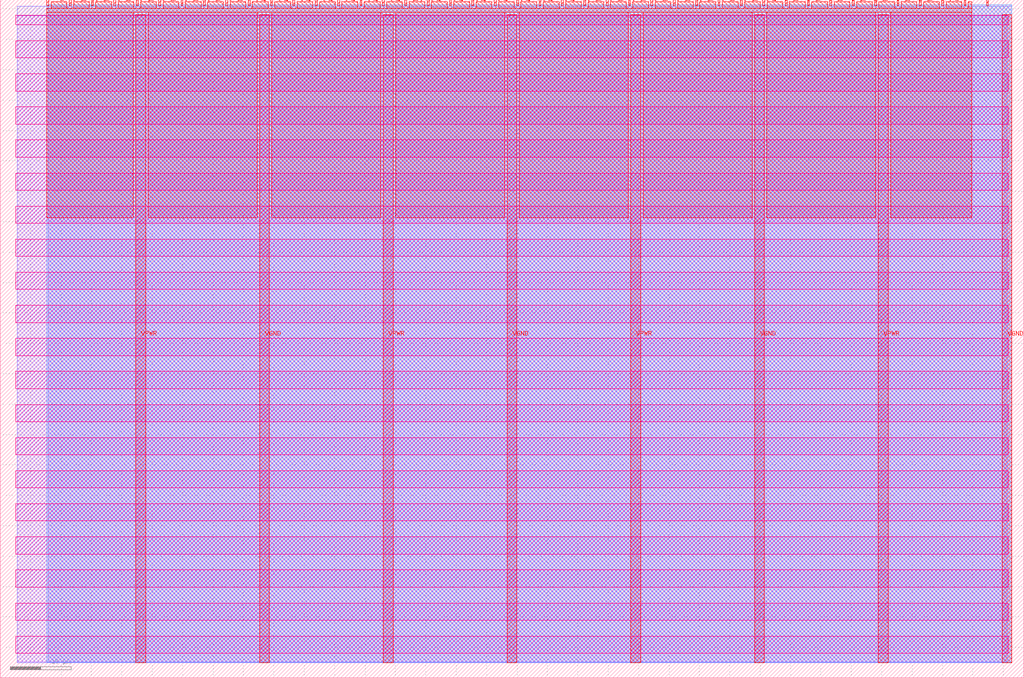
<source format=lef>
VERSION 5.7 ;
  NOWIREEXTENSIONATPIN ON ;
  DIVIDERCHAR "/" ;
  BUSBITCHARS "[]" ;
MACRO tt_um_ALU_NicolasOrcasitas
  CLASS BLOCK ;
  FOREIGN tt_um_ALU_NicolasOrcasitas ;
  ORIGIN 0.000 0.000 ;
  SIZE 168.360 BY 111.520 ;
  PIN VGND
    DIRECTION INOUT ;
    USE GROUND ;
    PORT
      LAYER met4 ;
        RECT 42.670 2.480 44.270 109.040 ;
    END
    PORT
      LAYER met4 ;
        RECT 83.380 2.480 84.980 109.040 ;
    END
    PORT
      LAYER met4 ;
        RECT 124.090 2.480 125.690 109.040 ;
    END
    PORT
      LAYER met4 ;
        RECT 164.800 2.480 166.400 109.040 ;
    END
  END VGND
  PIN VPWR
    DIRECTION INOUT ;
    USE POWER ;
    PORT
      LAYER met4 ;
        RECT 22.315 2.480 23.915 109.040 ;
    END
    PORT
      LAYER met4 ;
        RECT 63.025 2.480 64.625 109.040 ;
    END
    PORT
      LAYER met4 ;
        RECT 103.735 2.480 105.335 109.040 ;
    END
    PORT
      LAYER met4 ;
        RECT 144.445 2.480 146.045 109.040 ;
    END
  END VPWR
  PIN clk
    DIRECTION INPUT ;
    USE SIGNAL ;
    ANTENNAGATEAREA 0.852000 ;
    PORT
      LAYER met4 ;
        RECT 158.550 110.520 158.850 111.520 ;
    END
  END clk
  PIN ena
    DIRECTION INPUT ;
    USE SIGNAL ;
    PORT
      LAYER met4 ;
        RECT 162.230 110.520 162.530 111.520 ;
    END
  END ena
  PIN rst_n
    DIRECTION INPUT ;
    USE SIGNAL ;
    ANTENNAGATEAREA 0.213000 ;
    PORT
      LAYER met4 ;
        RECT 154.870 110.520 155.170 111.520 ;
    END
  END rst_n
  PIN ui_in[0]
    DIRECTION INPUT ;
    USE SIGNAL ;
    ANTENNAGATEAREA 0.196500 ;
    PORT
      LAYER met4 ;
        RECT 151.190 110.520 151.490 111.520 ;
    END
  END ui_in[0]
  PIN ui_in[1]
    DIRECTION INPUT ;
    USE SIGNAL ;
    ANTENNAGATEAREA 0.196500 ;
    PORT
      LAYER met4 ;
        RECT 147.510 110.520 147.810 111.520 ;
    END
  END ui_in[1]
  PIN ui_in[2]
    DIRECTION INPUT ;
    USE SIGNAL ;
    ANTENNAGATEAREA 0.196500 ;
    PORT
      LAYER met4 ;
        RECT 143.830 110.520 144.130 111.520 ;
    END
  END ui_in[2]
  PIN ui_in[3]
    DIRECTION INPUT ;
    USE SIGNAL ;
    ANTENNAGATEAREA 0.196500 ;
    PORT
      LAYER met4 ;
        RECT 140.150 110.520 140.450 111.520 ;
    END
  END ui_in[3]
  PIN ui_in[4]
    DIRECTION INPUT ;
    USE SIGNAL ;
    ANTENNAGATEAREA 0.196500 ;
    PORT
      LAYER met4 ;
        RECT 136.470 110.520 136.770 111.520 ;
    END
  END ui_in[4]
  PIN ui_in[5]
    DIRECTION INPUT ;
    USE SIGNAL ;
    ANTENNAGATEAREA 0.196500 ;
    PORT
      LAYER met4 ;
        RECT 132.790 110.520 133.090 111.520 ;
    END
  END ui_in[5]
  PIN ui_in[6]
    DIRECTION INPUT ;
    USE SIGNAL ;
    ANTENNAGATEAREA 0.196500 ;
    PORT
      LAYER met4 ;
        RECT 129.110 110.520 129.410 111.520 ;
    END
  END ui_in[6]
  PIN ui_in[7]
    DIRECTION INPUT ;
    USE SIGNAL ;
    ANTENNAGATEAREA 0.196500 ;
    PORT
      LAYER met4 ;
        RECT 125.430 110.520 125.730 111.520 ;
    END
  END ui_in[7]
  PIN uio_in[0]
    DIRECTION INPUT ;
    USE SIGNAL ;
    ANTENNAGATEAREA 0.213000 ;
    PORT
      LAYER met4 ;
        RECT 121.750 110.520 122.050 111.520 ;
    END
  END uio_in[0]
  PIN uio_in[1]
    DIRECTION INPUT ;
    USE SIGNAL ;
    ANTENNAGATEAREA 0.213000 ;
    PORT
      LAYER met4 ;
        RECT 118.070 110.520 118.370 111.520 ;
    END
  END uio_in[1]
  PIN uio_in[2]
    DIRECTION INPUT ;
    USE SIGNAL ;
    ANTENNAGATEAREA 0.159000 ;
    PORT
      LAYER met4 ;
        RECT 114.390 110.520 114.690 111.520 ;
    END
  END uio_in[2]
  PIN uio_in[3]
    DIRECTION INPUT ;
    USE SIGNAL ;
    ANTENNAGATEAREA 0.159000 ;
    PORT
      LAYER met4 ;
        RECT 110.710 110.520 111.010 111.520 ;
    END
  END uio_in[3]
  PIN uio_in[4]
    DIRECTION INPUT ;
    USE SIGNAL ;
    ANTENNAGATEAREA 0.196500 ;
    PORT
      LAYER met4 ;
        RECT 107.030 110.520 107.330 111.520 ;
    END
  END uio_in[4]
  PIN uio_in[5]
    DIRECTION INPUT ;
    USE SIGNAL ;
    ANTENNAGATEAREA 0.196500 ;
    PORT
      LAYER met4 ;
        RECT 103.350 110.520 103.650 111.520 ;
    END
  END uio_in[5]
  PIN uio_in[6]
    DIRECTION INPUT ;
    USE SIGNAL ;
    PORT
      LAYER met4 ;
        RECT 99.670 110.520 99.970 111.520 ;
    END
  END uio_in[6]
  PIN uio_in[7]
    DIRECTION INPUT ;
    USE SIGNAL ;
    PORT
      LAYER met4 ;
        RECT 95.990 110.520 96.290 111.520 ;
    END
  END uio_in[7]
  PIN uio_oe[0]
    DIRECTION OUTPUT TRISTATE ;
    USE SIGNAL ;
    PORT
      LAYER met4 ;
        RECT 33.430 110.520 33.730 111.520 ;
    END
  END uio_oe[0]
  PIN uio_oe[1]
    DIRECTION OUTPUT TRISTATE ;
    USE SIGNAL ;
    PORT
      LAYER met4 ;
        RECT 29.750 110.520 30.050 111.520 ;
    END
  END uio_oe[1]
  PIN uio_oe[2]
    DIRECTION OUTPUT TRISTATE ;
    USE SIGNAL ;
    PORT
      LAYER met4 ;
        RECT 26.070 110.520 26.370 111.520 ;
    END
  END uio_oe[2]
  PIN uio_oe[3]
    DIRECTION OUTPUT TRISTATE ;
    USE SIGNAL ;
    PORT
      LAYER met4 ;
        RECT 22.390 110.520 22.690 111.520 ;
    END
  END uio_oe[3]
  PIN uio_oe[4]
    DIRECTION OUTPUT TRISTATE ;
    USE SIGNAL ;
    PORT
      LAYER met4 ;
        RECT 18.710 110.520 19.010 111.520 ;
    END
  END uio_oe[4]
  PIN uio_oe[5]
    DIRECTION OUTPUT TRISTATE ;
    USE SIGNAL ;
    PORT
      LAYER met4 ;
        RECT 15.030 110.520 15.330 111.520 ;
    END
  END uio_oe[5]
  PIN uio_oe[6]
    DIRECTION OUTPUT TRISTATE ;
    USE SIGNAL ;
    PORT
      LAYER met4 ;
        RECT 11.350 110.520 11.650 111.520 ;
    END
  END uio_oe[6]
  PIN uio_oe[7]
    DIRECTION OUTPUT TRISTATE ;
    USE SIGNAL ;
    PORT
      LAYER met4 ;
        RECT 7.670 110.520 7.970 111.520 ;
    END
  END uio_oe[7]
  PIN uio_out[0]
    DIRECTION OUTPUT TRISTATE ;
    USE SIGNAL ;
    ANTENNAGATEAREA 0.126000 ;
    ANTENNADIFFAREA 1.484000 ;
    PORT
      LAYER met4 ;
        RECT 62.870 110.520 63.170 111.520 ;
    END
  END uio_out[0]
  PIN uio_out[1]
    DIRECTION OUTPUT TRISTATE ;
    USE SIGNAL ;
    ANTENNAGATEAREA 0.126000 ;
    ANTENNADIFFAREA 0.891000 ;
    PORT
      LAYER met4 ;
        RECT 59.190 110.520 59.490 111.520 ;
    END
  END uio_out[1]
  PIN uio_out[2]
    DIRECTION OUTPUT TRISTATE ;
    USE SIGNAL ;
    ANTENNAGATEAREA 0.126000 ;
    ANTENNADIFFAREA 0.891000 ;
    PORT
      LAYER met4 ;
        RECT 55.510 110.520 55.810 111.520 ;
    END
  END uio_out[2]
  PIN uio_out[3]
    DIRECTION OUTPUT TRISTATE ;
    USE SIGNAL ;
    ANTENNADIFFAREA 0.445500 ;
    PORT
      LAYER met4 ;
        RECT 51.830 110.520 52.130 111.520 ;
    END
  END uio_out[3]
  PIN uio_out[4]
    DIRECTION OUTPUT TRISTATE ;
    USE SIGNAL ;
    ANTENNAGATEAREA 0.126000 ;
    ANTENNADIFFAREA 0.924000 ;
    PORT
      LAYER met4 ;
        RECT 48.150 110.520 48.450 111.520 ;
    END
  END uio_out[4]
  PIN uio_out[5]
    DIRECTION OUTPUT TRISTATE ;
    USE SIGNAL ;
    ANTENNAGATEAREA 0.126000 ;
    ANTENNADIFFAREA 0.891000 ;
    PORT
      LAYER met4 ;
        RECT 44.470 110.520 44.770 111.520 ;
    END
  END uio_out[5]
  PIN uio_out[6]
    DIRECTION OUTPUT TRISTATE ;
    USE SIGNAL ;
    ANTENNADIFFAREA 0.795200 ;
    PORT
      LAYER met4 ;
        RECT 40.790 110.520 41.090 111.520 ;
    END
  END uio_out[6]
  PIN uio_out[7]
    DIRECTION OUTPUT TRISTATE ;
    USE SIGNAL ;
    ANTENNADIFFAREA 0.445500 ;
    PORT
      LAYER met4 ;
        RECT 37.110 110.520 37.410 111.520 ;
    END
  END uio_out[7]
  PIN uo_out[0]
    DIRECTION OUTPUT TRISTATE ;
    USE SIGNAL ;
    ANTENNADIFFAREA 0.891000 ;
    PORT
      LAYER met4 ;
        RECT 92.310 110.520 92.610 111.520 ;
    END
  END uo_out[0]
  PIN uo_out[1]
    DIRECTION OUTPUT TRISTATE ;
    USE SIGNAL ;
    ANTENNADIFFAREA 0.891000 ;
    PORT
      LAYER met4 ;
        RECT 88.630 110.520 88.930 111.520 ;
    END
  END uo_out[1]
  PIN uo_out[2]
    DIRECTION OUTPUT TRISTATE ;
    USE SIGNAL ;
    ANTENNADIFFAREA 0.891000 ;
    PORT
      LAYER met4 ;
        RECT 84.950 110.520 85.250 111.520 ;
    END
  END uo_out[2]
  PIN uo_out[3]
    DIRECTION OUTPUT TRISTATE ;
    USE SIGNAL ;
    ANTENNADIFFAREA 0.891000 ;
    PORT
      LAYER met4 ;
        RECT 81.270 110.520 81.570 111.520 ;
    END
  END uo_out[3]
  PIN uo_out[4]
    DIRECTION OUTPUT TRISTATE ;
    USE SIGNAL ;
    ANTENNADIFFAREA 0.891000 ;
    PORT
      LAYER met4 ;
        RECT 77.590 110.520 77.890 111.520 ;
    END
  END uo_out[4]
  PIN uo_out[5]
    DIRECTION OUTPUT TRISTATE ;
    USE SIGNAL ;
    ANTENNADIFFAREA 0.891000 ;
    PORT
      LAYER met4 ;
        RECT 73.910 110.520 74.210 111.520 ;
    END
  END uo_out[5]
  PIN uo_out[6]
    DIRECTION OUTPUT TRISTATE ;
    USE SIGNAL ;
    ANTENNADIFFAREA 0.462000 ;
    PORT
      LAYER met4 ;
        RECT 70.230 110.520 70.530 111.520 ;
    END
  END uo_out[6]
  PIN uo_out[7]
    DIRECTION OUTPUT TRISTATE ;
    USE SIGNAL ;
    ANTENNADIFFAREA 0.924000 ;
    PORT
      LAYER met4 ;
        RECT 66.550 110.520 66.850 111.520 ;
    END
  END uo_out[7]
  OBS
      LAYER nwell ;
        RECT 2.570 107.385 165.790 108.990 ;
        RECT 2.570 101.945 165.790 104.775 ;
        RECT 2.570 96.505 165.790 99.335 ;
        RECT 2.570 91.065 165.790 93.895 ;
        RECT 2.570 85.625 165.790 88.455 ;
        RECT 2.570 80.185 165.790 83.015 ;
        RECT 2.570 74.745 165.790 77.575 ;
        RECT 2.570 69.305 165.790 72.135 ;
        RECT 2.570 63.865 165.790 66.695 ;
        RECT 2.570 58.425 165.790 61.255 ;
        RECT 2.570 52.985 165.790 55.815 ;
        RECT 2.570 47.545 165.790 50.375 ;
        RECT 2.570 42.105 165.790 44.935 ;
        RECT 2.570 36.665 165.790 39.495 ;
        RECT 2.570 31.225 165.790 34.055 ;
        RECT 2.570 25.785 165.790 28.615 ;
        RECT 2.570 20.345 165.790 23.175 ;
        RECT 2.570 14.905 165.790 17.735 ;
        RECT 2.570 9.465 165.790 12.295 ;
        RECT 2.570 4.025 165.790 6.855 ;
      LAYER li1 ;
        RECT 2.760 2.635 165.600 108.885 ;
      LAYER met1 ;
        RECT 2.760 2.480 166.400 110.460 ;
      LAYER met2 ;
        RECT 7.910 2.535 166.370 110.685 ;
      LAYER met3 ;
        RECT 7.630 2.555 166.390 110.665 ;
      LAYER met4 ;
        RECT 8.370 110.120 10.950 111.170 ;
        RECT 12.050 110.120 14.630 111.170 ;
        RECT 15.730 110.120 18.310 111.170 ;
        RECT 19.410 110.120 21.990 111.170 ;
        RECT 23.090 110.120 25.670 111.170 ;
        RECT 26.770 110.120 29.350 111.170 ;
        RECT 30.450 110.120 33.030 111.170 ;
        RECT 34.130 110.120 36.710 111.170 ;
        RECT 37.810 110.120 40.390 111.170 ;
        RECT 41.490 110.120 44.070 111.170 ;
        RECT 45.170 110.120 47.750 111.170 ;
        RECT 48.850 110.120 51.430 111.170 ;
        RECT 52.530 110.120 55.110 111.170 ;
        RECT 56.210 110.120 58.790 111.170 ;
        RECT 59.890 110.120 62.470 111.170 ;
        RECT 63.570 110.120 66.150 111.170 ;
        RECT 67.250 110.120 69.830 111.170 ;
        RECT 70.930 110.120 73.510 111.170 ;
        RECT 74.610 110.120 77.190 111.170 ;
        RECT 78.290 110.120 80.870 111.170 ;
        RECT 81.970 110.120 84.550 111.170 ;
        RECT 85.650 110.120 88.230 111.170 ;
        RECT 89.330 110.120 91.910 111.170 ;
        RECT 93.010 110.120 95.590 111.170 ;
        RECT 96.690 110.120 99.270 111.170 ;
        RECT 100.370 110.120 102.950 111.170 ;
        RECT 104.050 110.120 106.630 111.170 ;
        RECT 107.730 110.120 110.310 111.170 ;
        RECT 111.410 110.120 113.990 111.170 ;
        RECT 115.090 110.120 117.670 111.170 ;
        RECT 118.770 110.120 121.350 111.170 ;
        RECT 122.450 110.120 125.030 111.170 ;
        RECT 126.130 110.120 128.710 111.170 ;
        RECT 129.810 110.120 132.390 111.170 ;
        RECT 133.490 110.120 136.070 111.170 ;
        RECT 137.170 110.120 139.750 111.170 ;
        RECT 140.850 110.120 143.430 111.170 ;
        RECT 144.530 110.120 147.110 111.170 ;
        RECT 148.210 110.120 150.790 111.170 ;
        RECT 151.890 110.120 154.470 111.170 ;
        RECT 155.570 110.120 158.150 111.170 ;
        RECT 159.250 110.120 159.770 111.170 ;
        RECT 7.655 109.440 159.770 110.120 ;
        RECT 7.655 75.655 21.915 109.440 ;
        RECT 24.315 75.655 42.270 109.440 ;
        RECT 44.670 75.655 62.625 109.440 ;
        RECT 65.025 75.655 82.980 109.440 ;
        RECT 85.380 75.655 103.335 109.440 ;
        RECT 105.735 75.655 123.690 109.440 ;
        RECT 126.090 75.655 144.045 109.440 ;
        RECT 146.445 75.655 159.770 109.440 ;
  END
END tt_um_ALU_NicolasOrcasitas
END LIBRARY


</source>
